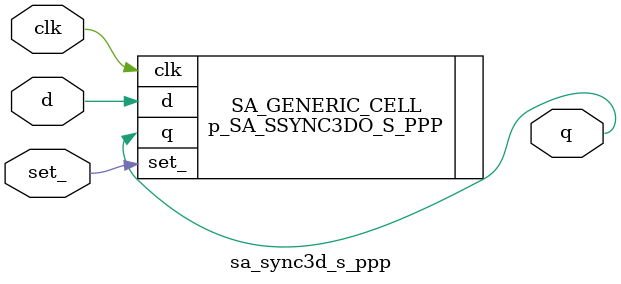
<source format=v>
module sa_sync3d_s_ppp ( d, clk, set_, q);
input d, clk, set_;
output q;
    p_SA_SSYNC3DO_S_PPP SA_GENERIC_CELL( .d(d), .clk(clk), .set_(set_), .q(q) );
// synopsys dc_script_begin
// synopsys dc_script_end
//g2c if {[find / -null_ok -subdesign sa_sync3d_s_ppp] != {} } { set_attr preserve 1 [find / -subdesign sa_sync3d_s_ppp] }
endmodule

</source>
